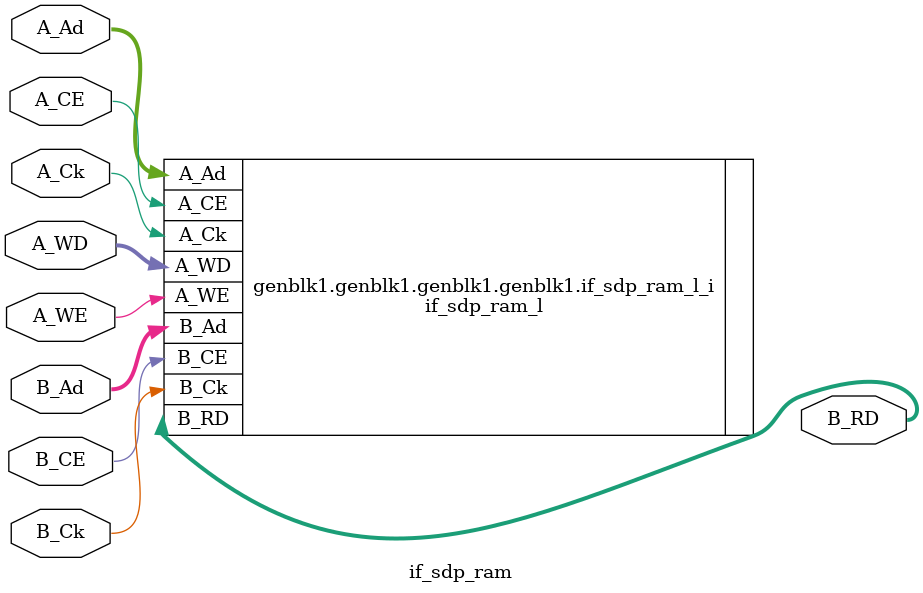
<source format=v>
`timescale 1ns/10ps


module if_sdp_ram #(parameter AW=4,DW=8,OR="TRUE",RT="AUTO",AT=6,IF="if_sdp_ram.ini")
                   (
                    input           A_Ck ,
                    input           A_CE ,
                    input           A_WE ,
                    input  [AW-1:0] A_Ad ,
                    input  [DW-1:0] A_WD ,
                    
                    input           B_Ck ,
                    input           B_CE ,
                    input  [AW-1:0] B_Ad ,
                    output [DW-1:0] B_RD
                   )/*synthesis syn_hier = "hard" */;

generate
  if (RT=="BLOCK") 
    if_sdp_ram_b 
    #( .AW (AW), .DW (DW),.OR(OR),.IF(IF))
    if_sdp_ram_b_i
            ( .A_Ck (A_Ck ),
              .A_CE (A_CE ),
              .A_WE (A_WE ),
              .A_Ad (A_Ad ),
              .A_WD (A_WD ),
              .B_Ck (B_Ck ),
              .B_CE (B_CE ),
              .B_Ad (B_Ad ),
              .B_RD (B_RD )
              ); 
  else if (RT=="LUT") 
    if_sdp_ram_l 
    #( .AW (AW), .DW (DW),.OR(OR),.IF(IF) )
    if_sdp_ram_l_i
            ( .A_Ck (A_Ck ),
              .A_CE (A_CE ),
              .A_WE (A_WE ),
              .A_Ad (A_Ad ),
              .A_WD (A_WD ),
              .B_Ck (B_Ck ),
              .B_CE (B_CE ),
              .B_Ad (B_Ad ),
              .B_RD (B_RD )
              ); 
  else if (RT=="AUTO") 
    if (AW<=AT)
      if_sdp_ram_l 
      #( .AW (AW), .DW (DW),.OR(OR),.IF(IF) )
      if_sdp_ram_l_i
            (.A_Ck (A_Ck ),
             .A_CE (A_CE ),
             .A_WE (A_WE ),
             .A_Ad (A_Ad ),
             .A_WD (A_WD ),
             .B_Ck (B_Ck ),
             .B_CE (B_CE ),
             .B_Ad (B_Ad ),
             .B_RD (B_RD )
            ); 
    else
    if_sdp_ram_b 
      #( .AW (AW), .DW (DW),.OR(OR),.IF(IF) )
      if_sdp_ram_b_i
            (.A_Ck (A_Ck ),
             .A_CE (A_CE ),
             .A_WE (A_WE ),
             .A_Ad (A_Ad ),
             .A_WD (A_WD ),
             .B_Ck (B_Ck ),
             .B_CE (B_CE ),
             .B_Ad (B_Ad ),
             .B_RD (B_RD )
            );       
              
endgenerate

endmodule

</source>
